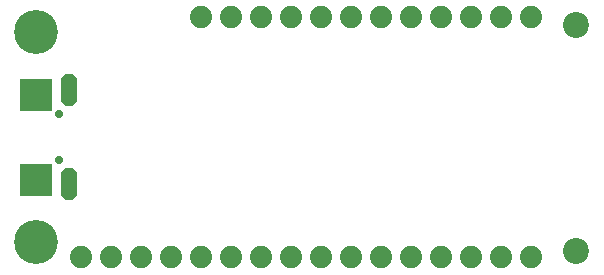
<source format=gbs>
G04 DipTrace 3.0.0.0*
G04 BottomMask.gbs*
%MOIN*%
G04 #@! TF.FileFunction,Soldermask,Bot*
G04 #@! TF.Part,Single*
%AMOUTLINE16*
4,1,8,
0.011516,0.079301,
0.027804,0.063012,
0.027804,-0.011516,
0.011516,-0.027804,
-0.011516,-0.027804,
-0.027804,-0.011516,
-0.027804,0.063012,
-0.011516,0.079301,
0.011516,0.079301,
0*%
%AMOUTLINE19*
4,1,8,
-0.011516,-0.079301,
-0.027804,-0.063012,
-0.027804,0.011516,
-0.011516,0.027804,
0.011516,0.027804,
0.027804,0.011516,
0.027804,-0.063012,
0.011516,-0.079301,
-0.011516,-0.079301,
0*%
%ADD50C,0.086614*%
%ADD51C,0.027559*%
%ADD71C,0.146457*%
%ADD87C,0.074031*%
%ADD89R,0.106457X0.106457*%
%ADD118OUTLINE16*%
%ADD121OUTLINE19*%
%FSLAX26Y26*%
G04*
G70*
G90*
G75*
G01*
G04 BotMask*
%LPD*%
D50*
X2294016Y466516D3*
Y1219016D3*
D87*
X2144016Y444016D3*
X2044016D3*
X1944016D3*
X1844016D3*
X1744016D3*
X1644016D3*
X1544016D3*
X1444016D3*
X1344016D3*
X1244016D3*
X1144016D3*
X1044016D3*
X944016D3*
X844016D3*
X744016D3*
X644016D3*
X1044016Y1244016D3*
X1144016D3*
X1244016D3*
X1344016D3*
X1444016D3*
X1544016D3*
X1644016D3*
X1744016D3*
X1844016D3*
X1944016D3*
X2044016D3*
X2144016D3*
D71*
X494016Y1194016D3*
Y494016D3*
D118*
X604449Y973937D3*
D121*
Y714094D3*
D89*
X494213Y985748D3*
Y702283D3*
D51*
X569016Y920787D3*
Y767244D3*
M02*

</source>
